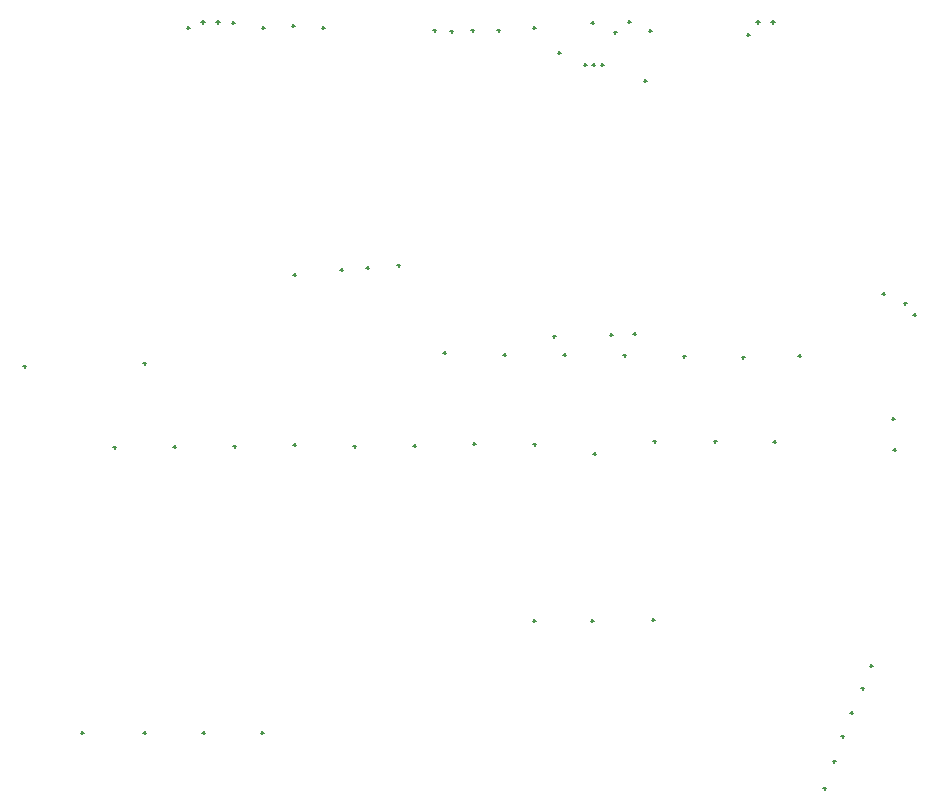
<source format=gbr>
G04*
G04 #@! TF.GenerationSoftware,Altium Limited,Altium Designer,22.11.1 (43)*
G04*
G04 Layer_Color=128*
%FSLAX44Y44*%
%MOMM*%
G71*
G04*
G04 #@! TF.SameCoordinates,FC654CB9-28C8-48F1-B545-0E8A54867809*
G04*
G04*
G04 #@! TF.FilePolarity,Positive*
G04*
G01*
G75*
%ADD27C,0.1270*%
D27*
X712590Y946000D02*
X716150D01*
X714370Y944220D02*
Y947780D01*
X704730Y935000D02*
X707270D01*
X706000Y933730D02*
Y936270D01*
X621919Y938559D02*
X624459D01*
X623189Y937289D02*
Y939829D01*
X453730Y938000D02*
X456270D01*
X455000Y936730D02*
Y939270D01*
X439210Y938881D02*
X441750D01*
X440480Y937611D02*
Y940151D01*
X784990Y341000D02*
X787530D01*
X786260Y339730D02*
Y342270D01*
X827730Y610000D02*
X830270D01*
X829000Y608730D02*
Y611270D01*
X808990Y401000D02*
X811530D01*
X810260Y399730D02*
Y402270D01*
X676730Y591000D02*
X679270D01*
X678000Y589730D02*
Y592270D01*
X725290Y946000D02*
X728850D01*
X727070Y944220D02*
Y947780D01*
X801730Y382000D02*
X804270D01*
X803000Y380730D02*
Y383270D01*
X792372Y361054D02*
X794912D01*
X793642Y359784D02*
Y362324D01*
X748470Y663200D02*
X751010D01*
X749740Y661930D02*
Y664470D01*
X769730Y297000D02*
X772270D01*
X771000Y295730D02*
Y298270D01*
X777730Y320000D02*
X780270D01*
X779000Y318730D02*
Y321270D01*
X845730Y698000D02*
X848270D01*
X847000Y696730D02*
Y699270D01*
X837730Y708000D02*
X840270D01*
X839000Y706730D02*
Y709270D01*
X819730Y716000D02*
X822270D01*
X821000Y714730D02*
Y717270D01*
X828930Y583800D02*
X831470D01*
X830200Y582530D02*
Y585070D01*
X603899Y946099D02*
X606439D01*
X605169Y944829D02*
Y947369D01*
X592226Y937236D02*
X594767D01*
X593497Y935966D02*
Y938506D01*
X572730Y439000D02*
X575270D01*
X574000Y437730D02*
Y440270D01*
X293430Y344000D02*
X295970D01*
X294700Y342730D02*
Y345270D01*
X243730Y344000D02*
X246270D01*
X245000Y342730D02*
Y345270D01*
X727330Y590400D02*
X729870D01*
X728600Y589130D02*
Y591670D01*
X193730Y344000D02*
X196270D01*
X195000Y342730D02*
Y345270D01*
X422530Y587200D02*
X425070D01*
X423800Y585930D02*
Y588470D01*
X498530Y664200D02*
X501070D01*
X499800Y662930D02*
Y665470D01*
X140730Y344000D02*
X143270D01*
X142000Y342730D02*
Y345270D01*
X650730Y663000D02*
X653270D01*
X652000Y661730D02*
Y664270D01*
X617730Y896000D02*
X620270D01*
X619000Y894730D02*
Y897270D01*
X608730Y682000D02*
X611270D01*
X610000Y680730D02*
Y683270D01*
X625730Y591000D02*
X628270D01*
X627000Y589730D02*
Y592270D01*
X624350Y439908D02*
X626890D01*
X625620Y438638D02*
Y441178D01*
X588730Y681000D02*
X591270D01*
X590000Y679730D02*
Y682270D01*
X600130Y663600D02*
X602670D01*
X601400Y662330D02*
Y664870D01*
X581390Y909740D02*
X583930D01*
X582660Y908470D02*
Y911010D01*
X566870Y909740D02*
X569410D01*
X568140Y908470D02*
Y911010D01*
X574130Y909740D02*
X576670D01*
X575400Y908470D02*
Y911010D01*
X544890Y919929D02*
X547430D01*
X546160Y918659D02*
Y921199D01*
X540730Y680000D02*
X543270D01*
X542000Y678730D02*
Y681270D01*
X523730Y439000D02*
X526270D01*
X525000Y437730D02*
Y440270D01*
X573325Y945220D02*
X575865D01*
X574595Y943950D02*
Y946490D01*
X574930Y580438D02*
X577470D01*
X576200Y579168D02*
Y581708D01*
X549330Y664400D02*
X551870D01*
X550600Y663130D02*
Y665670D01*
X523425Y941000D02*
X525965D01*
X524695Y939730D02*
Y942270D01*
X408730Y740000D02*
X411270D01*
X410000Y738730D02*
Y741270D01*
X382730Y738000D02*
X385270D01*
X384000Y736730D02*
Y739270D01*
X493730Y939000D02*
X496270D01*
X495000Y937730D02*
Y940270D01*
X700730Y662000D02*
X703270D01*
X702000Y660730D02*
Y663270D01*
X471730Y939000D02*
X474270D01*
X473000Y937730D02*
Y940270D01*
X524130Y588600D02*
X526670D01*
X525400Y587330D02*
Y589870D01*
X472730Y589000D02*
X475270D01*
X474000Y587730D02*
Y590270D01*
X344800Y941000D02*
X347340D01*
X346070Y939730D02*
Y942270D01*
X447730Y666000D02*
X450270D01*
X449000Y664730D02*
Y667270D01*
X371730Y586799D02*
X374270D01*
X373000Y585529D02*
Y588069D01*
X360730Y736000D02*
X363270D01*
X362000Y734730D02*
Y737270D01*
X320930Y587800D02*
X323470D01*
X322200Y586530D02*
Y589070D01*
X319400Y942937D02*
X321940D01*
X320670Y941667D02*
Y944207D01*
X320730Y732000D02*
X323270D01*
X322000Y730730D02*
Y733270D01*
X294000Y941000D02*
X296540D01*
X295270Y939730D02*
Y942270D01*
X270130Y586600D02*
X272670D01*
X271400Y585330D02*
Y587870D01*
X219330Y586400D02*
X221870D01*
X220600Y585130D02*
Y587670D01*
X193730Y657000D02*
X196270D01*
X195000Y655730D02*
Y658270D01*
X268597Y945135D02*
X271137D01*
X269867Y943865D02*
Y946405D01*
X168530Y585800D02*
X171070D01*
X169800Y584530D02*
Y587070D01*
X92130Y654600D02*
X94670D01*
X93400Y653330D02*
Y655870D01*
X230500Y941000D02*
X233040D01*
X231770Y939730D02*
Y942270D01*
X242690Y946000D02*
X246250D01*
X244470Y944220D02*
Y947780D01*
X255390Y946000D02*
X258950D01*
X257170Y944220D02*
Y947780D01*
M02*

</source>
